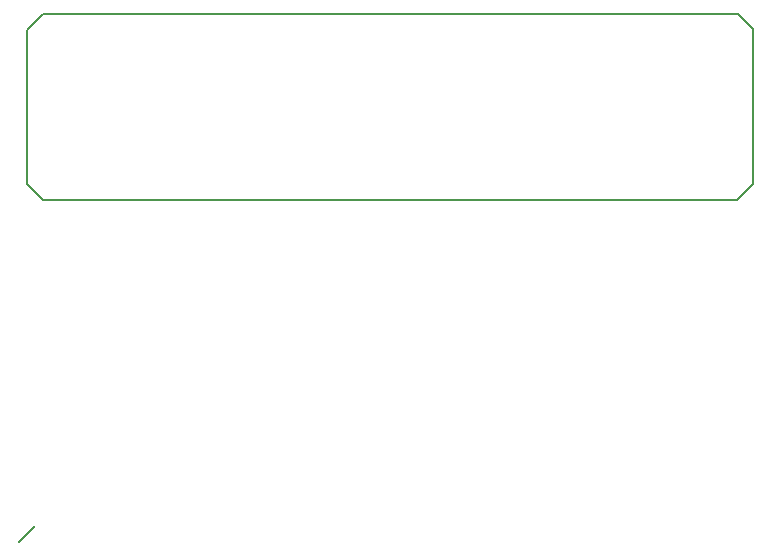
<source format=gm1>
G04 Layer_Color=16711935*
%FSLAX25Y25*%
%MOIN*%
G70*
G01*
G75*
%ADD12C,0.00709*%
D12*
X237300Y62500D02*
X242400Y57400D01*
X400Y5600D02*
Y57200D01*
Y5600D02*
X5600Y400D01*
X237100D01*
X-2100Y-113500D02*
X3000Y-108400D01*
X5700Y62500D02*
X237300D01*
X600Y57300D02*
X5700Y62400D01*
X242400Y5700D02*
Y57400D01*
X237200Y500D02*
X242300Y5600D01*
X237300Y62500D02*
X242400Y57400D01*
X400Y5600D02*
Y57200D01*
Y5600D02*
X5600Y400D01*
X237100D01*
X-2100Y-113500D02*
X3000Y-108400D01*
X5700Y62500D02*
X237300D01*
X600Y57300D02*
X5700Y62400D01*
X242400Y5700D02*
Y57400D01*
X237200Y500D02*
X242300Y5600D01*
M02*

</source>
